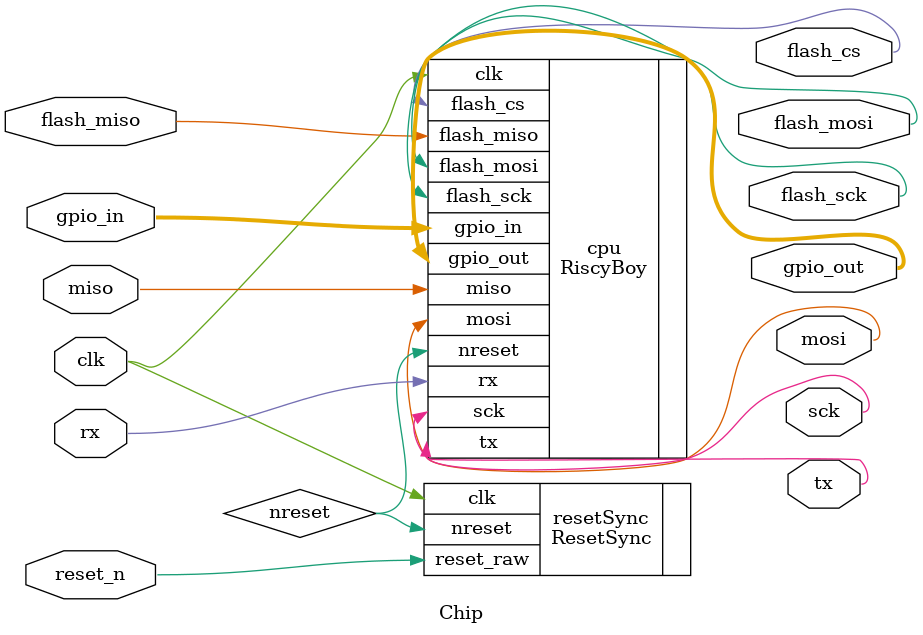
<source format=v>
module Chip(
	//==Uart Interface
	output tx,
	input rx,

	//==Spi Interface
	output sck,	
	output mosi,
	input miso,

	//==Flash Interface
	output flash_sck,
    	output flash_cs,
    	output flash_mosi,
    	input flash_miso,

	//==Gpio Interface
	output [7:0] gpio_out,
	input [7:0] gpio_in,

	//==Sync Signals
	input clk,
	input reset_n
);

wire nreset;

ResetSync resetSync(
	.reset_raw( reset_n ),
	.nreset( nreset ),

	.clk( clk )
);

RiscyBoy cpu(
    .gpio_in( gpio_in ),
    .gpio_out( gpio_out ),

    .tx( tx ),
    .rx( rx ),

    .sck( sck ),
    .mosi( mosi ),
    .miso( miso ),

    .flash_sck( flash_sck ),
    .flash_cs( flash_cs ),
    .flash_mosi( flash_mosi ),
    .flash_miso( flash_miso ),

    .clk( clk ),
    .nreset( nreset )
);

endmodule




</source>
